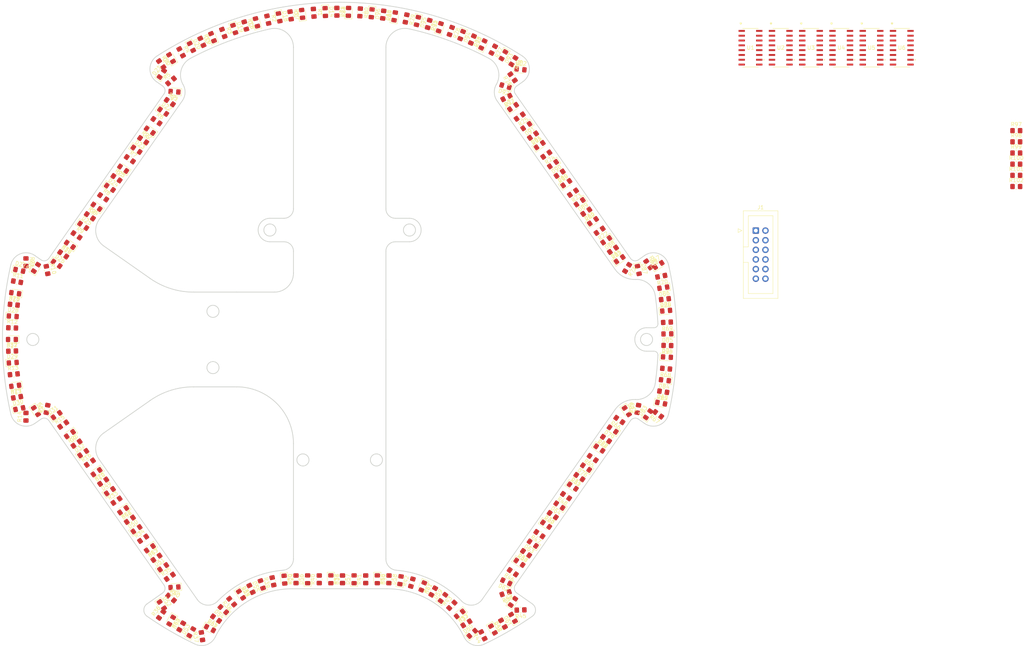
<source format=kicad_pcb>
(kicad_pcb (version 20241229) (generator "pcbnew") (generator_version "9.0")
  (layers (0 "F.Cu" signal) (2 "B.Cu" signal) (13 "F.Paste" user) (15 "B.Paste" user) (5 "F.SilkS" user "F.Silkscreen") (7 "B.SilkS" user "B.Silkscreen") (1 "F.Mask" user) (3 "B.Mask" user) (25 "Edge.Cuts" user))
  (net 0 "")
  (net 1 "Ch1")
  (net 2 "3.3V")
  (net 3 "Ch17")
  (net 4 "Ch33")
  (net 5 "GND")
  (net 6 "Ch18")
  (net 7 "Ch34")
  (net 8 "Ch2")
  (net 9 "Ch19")
  (net 10 "Ch35")
  (net 11 "Ch3")
  (net 12 "Net-(D18-A)")
  (net 13 "Ch20")
  (net 14 "Ch36")
  (net 15 "Ch4")
  (net 16 "Net-(D22-A)")
  (net 17 "Net-(D23-A)")
  (net 18 "Net-(D24-A)")
  (net 19 "Ch37")
  (net 20 "Ch21")
  (net 21 "Ch5")
  (net 22 "Net-(D28-A)")
  (net 23 "Net-(D29-A)")
  (net 24 "Net-(D30-A)")
  (net 25 "Ch38")
  (net 26 "Ch22")
  (net 27 "Ch6")
  (net 28 "Ch39")
  (net 29 "Ch23")
  (net 30 "Ch7")
  (net 31 "Ch8")
  (net 32 "Ch40")
  (net 33 "Ch24")
  (net 34 "Ch25")
  (net 35 "Ch41")
  (net 36 "Ch9")
  (net 37 "Net-(D52-A)")
  (net 38 "Net-(D53-A)")
  (net 39 "Net-(D54-A)")
  (net 40 "Ch26")
  (net 41 "Ch42")
  (net 42 "Ch10")
  (net 43 "Net-(D58-A)")
  (net 44 "Net-(D59-A)")
  (net 45 "Net-(D60-A)")
  (net 46 "Ch27")
  (net 47 "Ch43")
  (net 48 "Ch11")
  (net 49 "Net-(D64-A)")
  (net 50 "Ch28")
  (net 51 "Ch44")
  (net 52 "Ch12")
  (net 53 "Ch29")
  (net 54 "Ch45")
  (net 55 "Ch13")
  (net 56 "Net-(D76-A)")
  (net 57 "Ch30")
  (net 58 "Ch46")
  (net 59 "Ch14")
  (net 60 "Net-(D83-A)")
  (net 61 "Net-(D84-A)")
  (net 62 "Ch31")
  (net 63 "Ch47")
  (net 64 "Ch15")
  (net 65 "Net-(D88-A)")
  (net 66 "Net-(D89-A)")
  (net 67 "Net-(D90-A)")
  (net 68 "Ch32")
  (net 69 "Ch48")
  (net 70 "Ch16")
  (net 71 "Net-(D94-A)")
  (net 72 "Net-(D95-A)")
  (net 73 "Net-(D96-A)")
  (net 74 "MOSI")
  (net 75 "5V")
  (net 76 "CS6")
  (net 77 "CS5")
  (net 78 "SCK1")
  (net 79 "CS2")
  (net 80 "CS3")
  (net 81 "CS4")
  (net 82 "CS1")
  (net 83 "MISO")
  (net 84 "Net-(D14-A)")
  (net 85 "Net-(D19-A)")
  (net 86 "Net-(D20-A)")
  (net 87 "Net-(D21-A)")
  (net 88 "Net-(D25-A)")
  (net 89 "Net-(D26-A)")
  (net 90 "Net-(D27-A)")
  (net 91 "Net-(D31-A)")
  (net 92 "Net-(D32-A)")
  (net 93 "Net-(D49-A)")
  (net 94 "Net-(D50-A)")
  (net 95 "Net-(D51-A)")
  (net 96 "Net-(D55-A)")
  (net 97 "Net-(D56-A)")
  (net 98 "Net-(D57-A)")
  (net 99 "Net-(D61-A)")
  (net 100 "Net-(D62-A)")
  (net 101 "Net-(D63-A)")
  (net 102 "Net-(D79-A)")
  (net 103 "Net-(D85-A)")
  (net 104 "Net-(D86-A)")
  (net 105 "Net-(D87-A)")
  (net 106 "Net-(D91-A)")
  (net 107 "Net-(D92-A)")
  (net 108 "Net-(D93-A)")
  (footprint "Resistor_SMD:R_0805_2012Metric_Pad1.20x1.40mm_HandSolder" (layer "F.Cu") (at 119.048724 164.175249 74.61792525)
    (property "Reference" "R42")
    (property "Value" "750")
  )
  (footprint "MCP3008:SOIC16-N_MC_MCH-L" (layer "F.Cu") (at 240.3604 23.0032)
    (property "Reference" "U5")
    (property "Value" "MCP3008")
  )
  (footprint "Resistor_SMD:R_0805_2012Metric_Pad1.20x1.40mm_HandSolder" (layer "F.Cu") (at 151.020984 46.19622 -144.9999956)
    (property "Reference" "R95")
    (property "Value" "14k")
  )
  (footprint "Resistor_SMD:R_0805_2012Metric_Pad1.20x1.40mm_HandSolder" (layer "F.Cu") (at 186.380762 95.459749 -176.9912478)
    (property "Reference" "R69")
    (property "Value" "750")
  )
  (footprint "LED_SMD:LED_0805_2012Metric_Pad1.15x1.40mm_HandSolder" (layer "F.Cu") (at 13.717101 93.875352 -4.060225769)
    (property "Reference" "D28")
    (property "Value" "LED")
  )
  (footprint "Diode_SMD:D_0805_2012Metric_Pad1.15x1.40mm_HandSolder" (layer "F.Cu") (at 55.493706 25.724573 120.7174291)
    (property "Reference" "D4")
    (property "Value" "D_Photo")
  )
  (footprint "Resistor_SMD:R_0805_2012Metric_Pad1.20x1.40mm_HandSolder" (layer "F.Cu") (at 165.084568 66.281099 -144.9999956)
    (property "Reference" "R82")
    (property "Value" "14k")
  )
  (footprint "Resistor_SMD:R_0805_2012Metric_Pad1.20x1.40mm_HandSolder" (layer "F.Cu") (at 111.487288 14.260567 -97.57599248)
    (property "Reference" "R84")
    (property "Value" "14k")
  )
  (footprint "LED_SMD:LED_0805_2012Metric_Pad1.15x1.40mm_HandSolder" (layer "F.Cu") (at 185.828882 110.754206 172.8581657)
    (property "Reference" "D84")
    (property "Value" "LED")
  )
  (footprint "Resistor_SMD:R_0805_2012Metric_Pad1.20x1.40mm_HandSolder" (layer "F.Cu") (at 27.03621 122.466206 35.00000444)
    (property "Reference" "R15")
    (property "Value" "750")
  )
  (footprint "LED_SMD:LED_0805_2012Metric_Pad1.15x1.40mm_HandSolder" (layer "F.Cu") (at 53.405429 39.874647 -34.99998098)
    (property "Reference" "D22")
    (property "Value" "LED")
  )
  (footprint "LED_SMD:LED_0805_2012Metric_Pad1.15x1.40mm_HandSolder" (layer "F.Cu") (at 25.278248 80.044393 -35.17134448)
    (property "Reference" "D26")
    (property "Value" "LED")
  )
  (footprint "Resistor_SMD:R_0805_2012Metric_Pad1.20x1.40mm_HandSolder" (layer "F.Cu") (at 58.15557 24.205676 -61.29803367)
    (property "Reference" "R4")
    (property "Value" "750")
  )
  (footprint "Diode_SMD:D_0805_2012Metric_Pad1.15x1.40mm_HandSolder" (layer "F.Cu") (at 56.397743 165.387579 -175.8829363)
    (property "Reference" "D44")
    (property "Value" "D_Photo")
  )
  (footprint "Resistor_SMD:R_0805_2012Metric_Pad1.20x1.40mm_HandSolder" (layer "F.Cu") (at 135.020993 20.848018 -113.6995136)
    (property "Reference" "R93")
    (property "Value" "14k")
  )
  (footprint "LED_SMD:LED_0805_2012Metric_Pad1.15x1.40mm_HandSolder" (layer "F.Cu") (at 60.837661 177.281728 59.8914397)
    (property "Reference" "D53")
    (property "Value" "LED")
  )
  (footprint "Diode_SMD:D_0805_2012Metric_Pad1.15x1.40mm_HandSolder" (layer "F.Cu") (at 166.842515 68.791708 34.99998801)
    (property "Reference" "D66")
    (property "Value" "D_Photo")
  )
  (footprint "Resistor_SMD:R_0805_2012Metric_Pad1.20x1.40mm_HandSolder" (layer "F.Cu") (at 13.988221 109.177361 6.09034634)
    (property "Reference" "R13")
    (property "Value" "750")
  )
  (footprint "Diode_SMD:D_0805_2012Metric_Pad1.15x1.40mm_HandSolder" (layer "F.Cu") (at 184.136371 80.340364 33.05123673)
    (property "Reference" "D67")
    (property "Value" "D_Photo")
  )
  (footprint "Diode_SMD:D_0805_2012Metric_Pad1.15x1.40mm_HandSolder" (layer "F.Cu") (at 19.831486 118.904026 -57.02609451)
    (property "Reference" "D11")
    (property "Value" "D_Photo")
  )
  (footprint "Resistor_SMD:R_0805_2012Metric_Pad1.20x1.40mm_HandSolder" (layer "F.Cu") (at 14.853902 115.244406 10.15056491)
    (property "Reference" "R29")
    (property "Value" "14k")
  )
  (footprint "Resistor_SMD:R_0805_2012Metric_Pad1.20x1.40mm_HandSolder" (layer "F.Cu") (at 44.615689 147.572304 35.00000444)
    (property "Reference" "R62")
    (property "Value" "14k")
  )
  (footprint "Diode_SMD:D_0805_2012Metric_Pad1.15x1.40mm_HandSolder" (layer "F.Cu") (at 186.165707 92.402575 5.038866317)
    (property "Reference" "D70")
    (property "Value" "D_Photo")
  )
  (footprint "Resistor_SMD:R_0805_2012Metric_Pad1.20x1.40mm_HandSolder" (layer "F.Cu") (at 186.485434 101.58735 178.948506)
    (property "Reference" "R90")
    (property "Value" "14k")
  )
  (footprint "LED_SMD:LED_0805_2012Metric_Pad1.15x1.40mm_HandSolder" (layer "F.Cu") (at 60.869206 22.781332 -63.31346795)
    (property "Reference" "D20")
    (property "Value" "LED")
  )
  (footprint "Resistor_SMD:R_0805_2012Metric_Pad1.20x1.40mm_HandSolder" (layer "F.Cu") (at 147.505089 41.175001 -144.9999956)
    (property "Reference" "R75")
    (property "Value" "750")
  )
  (footprint "LED_SMD:LED_0805_2012Metric_Pad1.15x1.40mm_HandSolder" (layer "F.Cu") (at 103.803614 163.29087 90)
    (property "Reference" "D57")
    (property "Value" "LED")
  )
  (footprint "LED_SMD:LED_0805_2012Metric_Pad1.15x1.40mm_HandSolder" (layer "F.Cu") (at 25.278248 119.955607 35.17134448)
    (property "Reference" "D31")
    (property "Value" "LED")
  )
  (footprint "Resistor_SMD:R_0805_2012Metric_Pad1.20x1.40mm_HandSolder" (layer "F.Cu") (at 186.155977 107.706983 174.8882829)
    (property "Reference" "R68")
    (property "Value" "750")
  )
  (footprint "Resistor_SMD:R_0805_2012Metric_Pad1.20x1.40mm_HandSolder" (layer "F.Cu") (at 154.53688 51.21744 -144.9999956)
    (property "Reference" "R74")
    (property "Value" "750")
  )
  (footprint "Resistor_SMD:R_0805_2012Metric_Pad1.20x1.40mm_HandSolder" (layer "F.Cu") (at 124.697572 166.514492 60.39224553)
    (property "Reference" "R57")
    (property "Value" "14k")
  )
  (footprint "MCP3008:SOIC16-N_MC_MCH-L" (layer "F.Cu") (at 232.3754 23.0032)
    (property "Reference" "U4")
    (property "Value" "MCP3008")
  )
  (footprint "Resistor_SMD:R_0805_2012Metric_Pad1.20x1.40mm_HandSolder" (layer "F.Cu") (at 75.094438 17.135397 -73.39069218)
    (property "Reference" "R18")
    (property "Value" "14k")
  )
  (footprint "Resistor_SMD:R_0805_2012Metric_Pad1.20x1.40mm_HandSolder" (layer "F.Cu") (at 117.53013 15.281708 -101.6068786)
    (property "Reference" "R79")
    (property "Value" "750")
  )
  (footprint "Resistor_SMD:R_0805_2012Metric_Pad1.20x1.40mm_HandSolder" (layer "F.Cu") (at 184.073264 119.749693 143.0100848)
    (property "Reference" "R67")
    (property "Value" "750")
  )
  (footprint "Resistor_SMD:R_0805_2012Metric_Pad1.20x1.40mm_HandSolder" (layer "F.Cu") (at 278.578 47.832)
    (property "Reference" "R98")
    (property "Value" "10K")
  )
  (footprint "Resistor_SMD:R_0805_2012Metric_Pad1.20x1.40mm_HandSolder" (layer "F.Cu") (at 163.263533 136.319609 145.000012)
    (property "Reference" "R51")
    (property "Value" "14k")
  )
  (footprint "Diode_SMD:D_0805_2012Metric_Pad1.15x1.40mm_HandSolder" (layer "F.Cu") (at 147.442001 158.915097 -34.99998098)
    (property "Reference" "D38")
    (property "Value" "D_Photo")
  )
  (footprint "Diode_SMD:D_0805_2012Metric_Pad1.15x1.40mm_HandSolder" (layer "F.Cu") (at 147.732232 28.718347 -6.176524258)
    (property "Reference" "D82")
    (property "Value" "D_Photo")
  )
  (footprint "Resistor_SMD:R_0805_2012Metric_Pad1.20x1.40mm_HandSolder" (layer "F.Cu") (at 112.998246 163.295898 88.84360691)
    (property "Reference" "R56")
    (property "Value" "14k")
  )
  (footprint "LED_SMD:LED_0805_2012Metric_Pad1.15x1.40mm_HandSolder" (layer "F.Cu") (at 150.957897 153.893877 144.9999956)
    (property "Reference" "D63")
    (property "Value" "LED")
  )
  (footprint "LED_SMD:LED_0805_2012Metric_Pad1.15x1.40mm_HandSolder" (layer "F.Cu") (at 149.263036 43.685611 -144.9999956)
    (property "Reference" "D91")
    (property "Value" "LED")
  )
  (footprint "Resistor_SMD:R_0805_2012Metric_Pad1.20x1.40mm_HandSolder" (layer "F.Cu") (at 41.099794 57.448915 -35.00000444)
    (property "Reference" "R23")
    (property "Value" "14k")
  )
  (footprint "Resistor_SMD:R_0805_2012Metric_Pad1.20x1.40mm_HandSolder" (layer "F.Cu") (at 133.450492 174.91806 31.94083267)
    (property "Reference" "R53")
    (property "Value" "14k")
  )
  (footprint "LED_SMD:LED_0805_2012Metric_Pad1.15x1.40mm_HandSolder" (layer "F.Cu") (at 32.310054 129.998036 35.00000444)
    (property "Reference" "D32")
    (property "Value" "LED")
  )
  (footprint "Resistor_SMD:R_0805_2012Metric_Pad1.20x1.40mm_HandSolder" (layer "F.Cu") (at 37.583898 137.529865 35.00000444)
    (property "Reference" "R26")
    (property "Value" "14k")
  )
  (footprint "Resistor_SMD:R_0805_2012Metric_Pad1.20x1.40mm_HandSolder" (layer "F.Cu") (at 161.568672 61.259879 -145.000019)
    (property "Reference" "R73")
    (property "Value" "750")
  )
  (footprint "Resistor_SMD:R_0805_2012Metric_Pad1.20x1.40mm_HandSolder" (layer "F.Cu") (at 143.091809 175.003109 120.1085603)
    (property "Reference" "R58")
    (property "Value" "14k")
  )
  (footprint "LED_SMD:LED_0805_2012Metric_Pad1.15x1.40mm_HandSolder" (layer "F.Cu") (at 185.411509 86.320665 -170.9008768)
    (property "Reference" "D86")
    (property "Value" "LED")
  )
  (footprint "LED_SMD:LED_0805_2012Metric_Pad1.15x1.40mm_HandSolder" (layer "F.Cu") (at 165.02148 133.808999 144.9999956)
    (property "Reference" "D76")
    (property "Value" "LED")
  )
  (footprint "Diode_SMD:D_0805_2012Metric_Pad1.15x1.40mm_HandSolder" (layer "F.Cu") (at 14.367314 112.218553 -171.8795279)
    (property "Reference" "D13")
    (property "Value" "D_Photo")
  )
  (footprint "Connector_IDC:IDC-Header_2x06_P2.54mm_Vertical" (layer "F.Cu") (at 209.833 71.262)
    (property "Reference" "J1")
    (property "Value" "Conn_01x12")
  )
  (footprint "Resistor_SMD:R_0805_2012Metric_Pad1.20x1.40mm_HandSolder" (layer "F.Cu") (at 41.099794 142.551085 35.00000444)
    (property "Reference" "R33")
    (property "Value" "750")
  )
  (footprint "Diode_SMD:D_0805_2012Metric_Pad1.15x1.40mm_HandSolder" (layer "F.Cu") (at 28.794158 75.023184 145.000019)
    (property "Reference" "D15")
    (property "Value" "D_Photo")
  )
  (footprint "Resistor_SMD:R_0805_2012Metric_Pad1.20x1.40mm_HandSolder" (layer "F.Cu") (at 81.025222 15.59122 -77.42159046)
    (property "Reference" "R2")
    (property "Value" "750")
  )
  (footprint "Resistor_SMD:R_0805_2012Metric_Pad1.20x1.40mm_HandSolder" (layer "F.Cu") (at 145.684054 161.425707 145.000012)
    (property "Reference" "R46")
    (property "Value" "750")
  )
  (footprint "Resistor_SMD:R_0805_2012Metric_Pad1.20x1.40mm_HandSolder" (layer "F.Cu") (at 106.868502 163.29087 90)
    (property "Reference" "R41")
    (property "Value" "750")
  )
  (footprint "Diode_SMD:D_0805_2012Metric_Pad1.15x1.40mm_HandSolder" (layer "F.Cu") (at 56.397743 34.612421 175.8829363)
    (property "Reference" "D5")
    (property "Value" "D_Photo")
  )
  (footprint "Resistor_SMD:R_0805_2012Metric_Pad1.20x1.40mm_HandSolder" (layer "F.Cu") (at 143.801336 166.952005 -161.3786747)
    (property "Reference" "R59")
    (property "Value" "14k")
  )
  (footprint "Resistor_SMD:R_0805_2012Metric_Pad1.20x1.40mm_HandSolder" (layer "F.Cu") (at 52.887136 172.663594 54.45919177)
    (property "Reference" "R36")
    (property "Value" "750")
  )
  (footprint "Resistor_SMD:R_0805_2012Metric_Pad1.20x1.40mm_HandSolder" (layer "F.Cu") (at 55.481905 168.23435 -39.78422707)
    (property "Reference" "R60")
    (property "Value" "14k")
  )
  (footprint "LED_SMD:LED_0805_2012Metric_Pad1.15x1.40mm_HandSolder" (layer "F.Cu") (at 134.986775 177.564568 41.85780358)
    (property "Reference" "D60")
    (property "Value" "LED")
  )
  (footprint "Resistor_SMD:R_0805_2012Metric_Pad1.20x1.40mm_HandSolder" (layer "F.Cu") (at 34.068002 132.508645 35.00000444)
    (property "Reference" "R16")
    (property "Value" "750")
  )
  (footprint "Diode_SMD:D_0805_2012Metric_Pad1.15x1.40mm_HandSolder" (layer "F.Cu") (at 131.671964 172.424404 -140.9463069)
    (property "Reference" "D37")
    (property "Value" "D_Photo")
  )
  (footprint "Resistor_SMD:R_0805_2012Metric_Pad1.20x1.40mm_HandSolder" (layer "F.Cu") (at 158.052776 56.238659 -144.9999956)
    (property "Reference" "R94")
    (property "Value" "14k")
  )
  (footprint "Resistor_SMD:R_0805_2012Metric_Pad1.20x1.40mm_HandSolder" (layer "F.Cu") (at 185.842488 89.354939 -172.931002)
    (property "Reference" "R86")
    (property "Value" "14k")
  )
  (footprint "Resistor_SMD:R_0805_2012Metric_Pad1.20x1.40mm_HandSolder" (layer "F.Cu") (at 30.552106 127.487426 35.00000444)
    (property "Reference" "R25")
    (property "Value" "14k")
  )
  (footprint "Resistor_SMD:R_0805_2012Metric_Pad1.20x1.40mm_HandSolder" (layer "F.Cu") (at 175.866465 81.129148 -122.0902885)
    (property "Reference" "R71")
    (property "Value" "750")
  )
  (footprint "Resistor_SMD:R_0805_2012Metric_Pad1.20x1.40mm_HandSolder" (layer "F.Cu") (at 22.766774 118.332227 79.07263248)
    (property "Reference" "R27")
    (property "Value" "14k")
  )
  (footprint "Resistor_SMD:R_0805_2012Metric_Pad1.20x1.40mm_HandSolder" (layer "F.Cu") (at 58.186298 175.744257 59.89142533)
    (property "Reference" "R64")
    (property "Value" "14k")
  )
  (footprint "Diode_SMD:D_0805_2012Metric_Pad1.15x1.40mm_HandSolder" (layer "F.Cu") (at 49.889533 44.895867 144.9999956)
    (property "Reference" "D6")
    (property "Value" "D_Photo")
  )
  (footprint "Resistor_SMD:R_0805_2012Metric_Pad1.20x1.40mm_HandSolder" (layer "F.Cu") (at 76.608033 165.823403 116.1789796)
    (property "Reference" "R55")
    (property "Value" "14k")
  )
  (footprint "Diode_SMD:D_0805_2012Metric_Pad1.15x1.40mm_HandSolder" (layer "F.Cu") (at 126.422549 17.602989 72.34678972)
    (property "Reference" "D75")
    (property "Value" "D_Photo")
  )
  (footprint "Resistor_SMD:R_0805_2012Metric_Pad1.20x1.40mm_HandSolder" (layer "F.Cu") (at 63.645991 178.308934 98.98831525)
    (property "Reference" "R37")
    (property "Value" "750")
  )
  (footprint "Resistor_SMD:R_0805_2012Metric_Pad1.20x1.40mm_HandSolder" (layer "F.Cu") (at 34.068002 67.491355 -35.00000444)
    (property "Reference" "R24")
    (property "Value" "14k")
  )
  (footprint "LED_SMD:LED_0805_2012Metric_Pad1.15x1.40mm_HandSolder" (layer "F.Cu") (at 46.373637 49.917086 -35.00000444)
    (property "Reference" "D23")
    (property "Value" "LED")
  )
  (footprint "Resistor_SMD:R_0805_2012Metric_Pad1.20x1.40mm_HandSolder" (layer "F.Cu") (at 147.740048 171.39134 -178.0247668)
    (property "Reference" "R45")
    (property "Value" "750")
  )
  (footprint "MCP3008:SOIC16-N_MC_MCH-L" (layer "F.Cu") (at 248.3454 23.0032)
    (property "Reference" "U6")
    (property "Value" "MCP3008")
  )
  (footprint "Resistor_SMD:R_0805_2012Metric_Pad1.20x1.40mm_HandSolder" (layer "F.Cu") (at 88.47917 163.29087 90)
    (property "Reference" "R50")
    (property "Value" "14k")
  )
  (footprint "Resistor_SMD:R_0805_2012Metric_Pad1.20x1.40mm_HandSolder" (layer "F.Cu") (at 52.887136 27.336406 -54.45919177)
    (property "Reference" "R20")
    (property "Value" "14k")
  )
  (footprint "Resistor_SMD:R_0805_2012Metric_Pad1.20x1.40mm_HandSolder" (layer "F.Cu") (at 170.295324 126.27717 144.9999956)
    (property "Reference" "R88")
    (property "Value" "14k")
  )
  (footprint "LED_SMD:LED_0805_2012Metric_Pad1.15x1.40mm_HandSolder" (layer "F.Cu") (at 143.767652 33.152696 162.954171)
    (property "Reference" "D92")
    (property "Value" "LED")
  )
  (footprint "Resistor_SMD:R_0805_2012Metric_Pad1.20x1.40mm_HandSolder" (layer "F.Cu") (at 105.387613 13.666729 -93.54511716)
    (property "Reference" "R80")
    (property "Value" "750")
  )
  (footprint "LED_SMD:LED_0805_2012Metric_Pad1.15x1.40mm_HandSolder" (layer "F.Cu") (at 157.989689 143.851438 144.9999956)
    (property "Reference" "D64")
    (property "Value" "LED")
  )
  (footprint "MCP3008:SOIC16-N_MC_MCH-L" (layer "F.Cu") (at 208.4204 23.0032)
    (property "Reference" "U1")
    (property "Value" "MCP3008")
  )
  (footprint "Diode_SMD:D_0805_2012Metric_Pad1.15x1.40mm_HandSolder" (layer "F.Cu") (at 154.473793 148.872658 -35.00000444)
    (property "Reference" "D33")
    (property "Value" "D_Photo")
  )
  (footprint "LED_SMD:LED_0805_2012Metric_Pad1.15x1.40mm_HandSolder" (layer "F.Cu") (at 15.447375 81.748876 -12.18072586)
    (property "Reference" "D27")
    (property "Value" "LED")
  )
  (footprint "Resistor_SMD:R_0805_2012Metric_Pad1.20x1.40mm_HandSolder" (layer "F.Cu") (at 67.36818 173.688433 144.6303635)
    (property "Reference" "R61")
    (property "Value" "14k")
  )
  (footprint "Resistor_SMD:R_0805_2012Metric_Pad1.20x1.40mm_HandSolder" (layer "F.Cu") (at 48.131585 47.406476 -35.00000444)
    (property "Reference" "R22")
    (property "Value" "14k")
  )
  (footprint "Diode_SMD:D_0805_2012Metric_Pad1.15x1.40mm_HandSolder" (layer "F.Cu") (at 159.810724 58.749269 35.00000444)
    (property "Reference" "D80")
    (property "Value" "D_Photo")
  )
  (footprint "Resistor_SMD:R_0805_2012Metric_Pad1.20x1.40mm_HandSolder" (layer "F.Cu") (at 82.386674 163.826194 101.9532765)
    (property "Reference" "R39")
    (property "Value" "750")
  )
  (footprint "Diode_SMD:D_0805_2012Metric_Pad1.15x1.40mm_HandSolder" (layer "F.Cu") (at 173.874307 78.834148 35.00000444)
    (property "Reference" "D65")
    (property "Value" "D_Photo")
  )
  (footprint "LED_SMD:LED_0805_2012Metric_Pad1.15x1.40mm_HandSolder" (layer "F.Cu") (at 172.053272 123.76656 145.000019)
    (property "Reference" "D79")
    (property "Value" "LED")
  )
  (footprint "Diode_SMD:D_0805_2012Metric_Pad1.15x1.40mm_HandSolder" (layer "F.Cu") (at 66.438302 20.223238 112.6556329)
    (property "Reference" "D3")
    (property "Value" "D_Photo")
  )
  (footprint "Resistor_SMD:R_0805_2012Metric_Pad1.20x1.40mm_HandSolder" (layer "F.Cu") (at 13.988221 90.822639 -6.09034634)
    (property "Reference" "R28")
    (property "Value" "14k")
  )
  (footprint "LED_SMD:LED_0805_2012Metric_Pad1.15x1.40mm_HandSolder" (layer "F.Cu") (at 108.442673 13.910002 -95.56054452)
    (property "Reference" "D96")
    (property "Value" "LED")
  )
  (footprint "Resistor_SMD:R_0805_2012Metric_Pad1.20x1.40mm_HandSolder" (layer "F.Cu") (at 30.552106 72.512574 -35.00000444)
    (property "Reference" "R9")
    (property "Value" "750")
  )
  (footprint "Diode_SMD:D_0805_2012Metric_Pad1.15x1.40mm_HandSolder" (layer "F.Cu") (at 35.82595 64.980745 144.9999956)
    (property "Reference" "D8")
    (property "Value" "D_Photo")
  )
  (footprint "LED_SMD:LED_0805_2012Metric_Pad1.15x1.40mm_HandSolder" (layer "F.Cu") (at 32.310054 70.001964 -35.00000444)
    (property "Reference" "D25")
    (property "Value" "LED")
  )
  (footprint "LED_SMD:LED_0805_2012Metric_Pad1.15x1.40mm_HandSolder" (layer "F.Cu") (at 120.520882 15.951021 -103.6223327)
    (property "Reference" "D95")
    (property "Value" "LED")
  )
  (footprint "Resistor_SMD:R_0805_2012Metric_Pad1.20x1.40mm_HandSolder" (layer "F.Cu") (at 185.394046 113.787929 170.8280452)
    (property "Reference" "R85")
    (property "Value" "14k")
  )
  (footprint "Resistor_SMD:R_0805_2012Metric_Pad1.20x1.40mm_HandSolder" (layer "F.Cu") (at 156.231741 146.362048 144.9999956)
    (property "Reference" "R49")
    (property "Value" "14k")
  )
  (footprint "Diode_SMD:D_0805_2012Metric_Pad1.15x1.40mm_HandSolder" (layer "F.Cu") (at 145.727829 169.252595 54.99999556)
    (property "Reference" "D43")
    (property "Value" "D_Photo")
  )
  (footprint "Resistor_SMD:R_0805_2012Metric_Pad1.20x1.40mm_HandSolder" (layer "F.Cu") (at 152.715845 151.383268 144.9999956)
    (property "Reference" "R47")
    (property "Value" "750")
  )
  (footprint "Diode_SMD:D_0805_2012Metric_Pad1.15x1.40mm_HandSolder" (layer "F.Cu") (at 175.774096 118.930558 -56.33422185)
    (property "Reference" "D73")
    (property "Value" "D_Photo")
  )
  (footprint "LED_SMD:LED_0805_2012Metric_Pad1.15x1.40mm_HandSolder" (layer "F.Cu") (at 39.341846 140.040475 35.00000444)
    (property "Reference" "D49")
    (property "Value" "LED")
  )
  (footprint "LED_SMD:LED_0805_2012Metric_Pad1.15x1.40mm_HandSolder" (layer "F.Cu") (at 53.405429 160.125353 34.99998098)
    (property "Reference" "D51")
    (property "Value" "LED")
  )
  (footprint "Diode_SMD:D_0805_2012Metric_Pad1.15x1.40mm_HandSolder" (layer "F.Cu") (at 114.51769 14.717991 80.40858047)
    (property "Reference" "D68")
    (property "Value" "D_Photo")
  )
  (footprint "Resistor_SMD:R_0805_2012Metric_Pad1.20x1.40mm_HandSolder" (layer "F.Cu") (at 93.138609 13.770584 -85.48333827)
    (property "Reference" "R1")
    (property "Value" "750")
  )
  (footprint "Diode_SMD:D_0805_2012Metric_Pad1.15x1.40mm_HandSolder" (layer "F.Cu") (at 161.505585 138.830219 -35.00000444)
    (property "Reference" "D35")
    (property "Value" "D_Photo")
  )
  (footprint "Resistor_SMD:R_0805_2012Metric_Pad1.20x1.40mm_HandSolder" (layer "F.Cu") (at 278.578 59.632)
    (property "Reference" "R102")
    (property "Value" "10K")
  )
  (footprint "LED_SMD:LED_0805_2012Metric_Pad1.15x1.40mm_HandSolder" (layer "F.Cu") (at 156.294828 53.72805 -144.9999956)
    (property "Reference" "D90")
    (property "Value" "LED")
  )
  (footprint "LED_SMD:LED_0805_2012Metric_Pad1.15x1.40mm_HandSolder" (layer "F.Cu") (at 72.173441 18.062948 -71.3752322)
    (property "Reference" "D19")
    (property "Value" "LED")
  )
  (footprint "LED_SMD:LED_0805_2012Metric_Pad1.15x1.40mm_HandSolder" (layer "F.Cu") (at 116.050811 163.547551 81.7307554)
    (property "Reference" "D58")
    (property "Value" "LED")
  )
  (footprint "Diode_SMD:D_0805_2012Metric_Pad1.15x1.40mm_HandSolder" (layer "F.Cu") (at 13.5 100 180)
    (property "Reference" "D17")
    (property "Value" "D_Photo")
  )
  (footprint "Resistor_SMD:R_0805_2012Metric_Pad1.20x1.40mm_HandSolder" (layer "F.Cu") (at 22.766774 81.667773 -79.07263248)
    (property "Reference" "R10")
    (property "Value" "750")
  )
  (footprint "Resistor_SMD:R_0805_2012Metric_Pad1.20x1.40mm_HandSolder" (layer "F.Cu") (at 87.049881 14.467763 -81.45245538)
    (property "Reference" "R17")
    (property "Value" "14k")
  )
  (footprint "Resistor_SMD:R_0805_2012Metric_Pad1.20x1.40mm_HandSolder" (layer "F.Cu") (at 173.81122 121.25595 144.9999956)
    (property "Reference" "R66")
    (property "Value" "750")
  )
  (footprint "Diode_SMD:D_0805_2012Metric_Pad1.15x1.40mm_HandSolder" (layer "F.Cu") (at 97.673836 163.29087 -90)
    (property "Reference" "D36")
    (property "Value" "D_Photo")
  )
  (footprint "Resistor_SMD:R_0805_2012Metric_Pad1.20x1.40mm_HandSolder" (layer "F.Cu") (at 44.615689 52.427696 -35.00000444)
    (property "Reference" "R7")
    (property "Value" "750")
  )
  (footprint "Diode_SMD:D_0805_2012Metric_Pad1.15x1.40mm_HandSolder" (layer "F.Cu") (at 145.747141 38.664391 35.00000444)
    (property "Reference" "D77")
    (property "Value" "D_Photo")
  )
  (footprint "Resistor_SMD:R_0805_2012Metric_Pad1.20x1.40mm_HandSolder" (layer "F.Cu") (at 71.49739 169.179424 130.4046705)
    (property "Reference" "R38")
    (property "Value" "750")
  )
  (footprint "Resistor_SMD:R_0805_2012Metric_Pad1.20x1.40mm_HandSolder" (layer "F.Cu") (at 129.598349 170.170162 46.16652629)
    (property "Reference" "R43")
    (property "Value" "750")
  )
  (footprint "Resistor_SMD:R_0805_2012Metric_Pad1.20x1.40mm_HandSolder" (layer "F.Cu") (at 278.578 44.882)
    (property "Reference" "R97")
    (property "Value" "10K")
  )
  (footprint "Diode_SMD:D_0805_2012Metric_Pad1.15x1.40mm_HandSolder" (layer "F.Cu") (at 140.440446 176.54058 -59.8914397)
    (property "Reference" "D42")
    (property "Value" "D_Photo")
  )
  (footprint "Resistor_SMD:R_0805_2012Metric_Pad1.20x1.40mm_HandSolder" (layer "F.Cu") (at 159.747637 141.340828 144.9999956)
    (property "Reference" "R48")
    (property "Value" "750")
  )
  (footprint "Resistor_SMD:R_0805_2012Metric_Pad1.20x1.40mm_HandSolder" (layer "F.Cu") (at 37.583898 62.470135 -35.00000444)
    (property "Reference" "R8")
    (property "Value" "750")
  )
  (footprint "Diode_SMD:D_0805_2012Metric_Pad1.15x1.40mm_HandSolder" (layer "F.Cu") (at 78.046249 16.311148 104.5938817)
    (property "Reference" "D2")
    (property "Value" "D_Photo")
  )
  (footprint "LED_SMD:LED_0805_2012Metric_Pad1.15x1.40mm_HandSolder" (layer "F.Cu") (at 132.193493 19.665724 -111.6840816)
    (property "Reference" "D94")
    (property "Value" "LED")
  )
  (footprint "Diode_SMD:D_0805_2012Metric_Pad1.15x1.40mm_HandSolder" (layer "F.Cu") (at 102.325887 13.53105 88.47033589)
    (property "Reference" "D71")
    (property "Value" "D_Photo")
  )
  (footprint "LED_SMD:LED_0805_2012Metric_Pad1.15x1.40mm_HandSolder" (layer "F.Cu") (at 13.717101 106.124648 4.060225769)
    (property "Reference" "D29")
    (property "Value" "LED")
  )
  (footprint "Resistor_SMD:R_0805_2012Metric_Pad1.20x1.40mm_HandSolder" (layer "F.Cu") (at 13.554292 96.935753 -2.030098793)
    (property "Reference" "R12")
    (property "Value" "750")
  )
  (footprint "Diode_SMD:D_0805_2012Metric_Pad1.15x1.40mm_HandSolder" (layer "F.Cu") (at 152.778932 48.70683 35.00000444)
    (property "Reference" "D81")
    (property "Value" "D_Photo")
  )
  (footprint "Resistor_SMD:R_0805_2012Metric_Pad1.20x1.40mm_HandSolder" (layer "F.Cu") (at 178.702265 118.323357 79.76447521)
    (property "Reference" "R89")
    (property "Value" "14k")
  )
  (footprint "Resistor_SMD:R_0805_2012Metric_Pad1.20x1.40mm_HandSolder" (layer "F.Cu") (at 13.554292 103.064247 2.030098793)
    (property "Reference" "R32")
    (property "Value" "14k")
  )
  (footprint "Diode_SMD:D_0805_2012Metric_Pad1.15x1.40mm_HandSolder" (layer "F.Cu") (at 19.831486 81.095974 57.02609451)
    (property "Reference" "D16")
    (property "Value" "D_Photo")
  )
  (footprint "LED_SMD:LED_0805_2012Metric_Pad1.15x1.40mm_HandSolder" (layer "F.Cu") (at 79.435289 164.645224 109.0661203)
    (property "Reference" "D55")
    (property "Value" "LED")
  )
  (footprint "Resistor_SMD:R_0805_2012Metric_Pad1.20x1.40mm_HandSolder" (layer "F.Cu") (at 149.199949 156.404487 144.9999956)
    (property "Reference" "R54")
    (property "Value" "14k")
  )
  (footprint "Diode_SMD:D_0805_2012Metric_Pad1.15x1.40mm_HandSolder" (layer "F.Cu") (at 73.948421 167.342597 -56.70817191)
    (property "Reference" "D39")
    (property "Value" "D_Photo")
  )
  (footprint "LED_SMD:LED_0805_2012Metric_Pad1.15x1.40mm_HandSolder" (layer "F.Cu") (at 53.061915 29.899974 54.99999556)
    (property "Reference" "D21")
    (property "Value" "LED")
  )
  (footprint "LED_SMD:LED_0805_2012Metric_Pad1.15x1.40mm_HandSolder" (layer "F.Cu") (at 91.544059 163.29087 90)
    (property "Reference" "D56")
    (property "Value" "LED")
  )
  (footprint "LED_SMD:LED_0805_2012Metric_Pad1.15x1.40mm_HandSolder" (layer "F.Cu") (at 96.197594 13.583009 -87.49878968)
    (property "Reference" "D14")
    (property "Value" "LED")
  )
  (footprint "Resistor_SMD:R_0805_2012Metric_Pad1.20x1.40mm_HandSolder" (layer "F.Cu") (at 14.853902 84.755594 -10.15056491)
    (property "Reference" "R11")
    (property "Value" "750")
  )
  (footprint "LED_SMD:LED_0805_2012Metric_Pad1.15x1.40mm_HandSolder" (layer "F.Cu") (at 145.743171 173.465638 120.1085851)
    (property "Reference" "D61")
    (property "Value" "LED")
  )
  (footprint "LED_SMD:LED_0805_2012Metric_Pad1.15x1.40mm_HandSolder" (layer "F.Cu") (at 84.027671 14.976505 -79.43700408)
    (property "Reference" "D18")
    (property "Value" "LED")
  )
  (footprint "LED_SMD:LED_0805_2012Metric_Pad1.15x1.40mm_HandSolder" (layer "F.Cu") (at 53.061915 170.100026 -54.99999556)
    (property "Reference" "D52")
    (property "Value" "LED")
  )
  (footprint "Resistor_SMD:R_0805_2012Metric_Pad1.20x1.40mm_HandSolder" (layer "F.Cu") (at 99.261284 13.503132 -89.51424053)
    (property "Reference" "R87")
    (property "Value" "14k")
  )
  (footprint "Diode_SMD:D_0805_2012Metric_Pad1.15x1.40mm_HandSolder" (layer "F.Cu") (at 28.794158 124.976816 -145.000019)
    (property "Reference" "D9")
    (property "Value" "D_Photo")
  )
  (footprint "LED_SMD:LED_0805_2012Metric_Pad1.15x1.40mm_HandSolder" (layer "F.Cu") (at 170.358411 73.812928 -145.000019)
    (property "Reference" "D88")
    (property "Value" "LED")
  )
  (footprint "Resistor_SMD:R_0805_2012Metric_Pad1.20x1.40mm_HandSolder" (layer "F.Cu") (at 144.023338 36.132207 -153.1445314)
    (property "Reference" "R92")
    (property "Value" "14k")
  )
  (footprint "Resistor_SMD:R_0805_2012Metric_Pad1.20x1.40mm_HandSolder" (layer "F.Cu") (at 172.116359 76.323538 -144.9999956)
    (property "Reference" "R81")
    (property "Value" "14k")
  )
  (footprint "LED_SMD:LED_0805_2012Metric_Pad1.15x1.40mm_HandSolder" (layer "F.Cu") (at 186.487383 98.522622 -179.0213695)
    (property "Reference" "D85")
    (property "Value" "LED")
  )
  (footprint "Diode_SMD:D_0805_2012Metric_Pad1.15x1.40mm_HandSolder" (layer "F.Cu") (at 14.367314 87.781447 171.8795279)
    (property "Reference" "D12")
    (property "Value" "D_Photo")
  )
  (footprint "Resistor_SMD:R_0805_2012Metric_Pad1.20x1.40mm_HandSolder" (layer "F.Cu") (at 63.631256 21.453306 -65.32887998)
    (property "Reference" "R19")
    (property "Value" "14k")
  )
  (footprint "Diode_SMD:D_0805_2012Metric_Pad1.15x1.40mm_HandSolder" (layer "F.Cu") (at 49.889533 155.104133 -144.9999956)
    (property "Reference" "D47")
    (property "Value" "D_Photo")
  )
  (footprint "Diode_SMD:D_0805_2012Metric_Pad1.15x1.40mm_HandSolder" (layer "F.Cu") (at 42.857742 54.938306 144.9999956)
    (property "Reference" "D7")
    (property "Value" "D_Photo")
  )
  (footprint "Resistor_SMD:R_0805_2012Metric_Pad1.20x1.40mm_HandSolder" (layer "F.Cu") (at 140.542561 23.507146 -117.730409)
    (property "Reference" "R77")
    (property "Value" "750")
  )
  (footprint "LED_SMD:LED_0805_2012Metric_Pad1.15x1.40mm_HandSolder" (layer "F.Cu") (at 127.261562 168.190033 53.27938669)
    (property "Reference" "D59")
    (property "Value" "LED")
  )
  (footprint "Resistor_SMD:R_0805_2012Metric_Pad1.20x1.40mm_HandSolder" (layer "F.Cu") (at 278.578 56.682)
    (property "Reference" "R101")
    (property "Value" "10K")
  )
  (footprint "Resistor_SMD:R_0805_2012Metric_Pad1.20x1.40mm_HandSolder" (layer "F.Cu") (at 100.738725 163.29087 90)
    (property "Reference" "R52")
    (property "Value" "14k")
  )
  (footprint "Resistor_SMD:R_0805_2012Metric_Pad1.20x1.40mm_HandSolder" (layer "F.Cu") (at 55.163377 162.635963 35.00000444)
    (property "Reference" "R35")
    (property "Value" "750")
  )
  (footprint "Resistor_SMD:R_0805_2012Metric_Pad1.20x1.40mm_HandSolder" (layer "F.Cu") (at 278.578 53.732)
    (property "Reference" "R100")
    (property "Value" "10K")
  )
  (footprint "Resistor_SMD:R_0805_2012Metric_Pad1.20x1.40mm_HandSolder" (layer "F.Cu") (at 184.873311 83.303563 -168.8707752)
    (property "Reference" "R70")
    (property "Value" "750")
  )
  (footprint "Diode_SMD:D_0805_2012Metric_Pad1.15x1.40mm_HandSolder" (layer "F.Cu") (at 109.933391 163.29087 -90)
    (property "Reference" "D40")
    (property "Value" "D_Photo")
  )
  (footprint "Resistor_SMD:R_0805_2012Metric_Pad1.20x1.40mm_HandSolder" (layer "F.Cu") (at 51.647481 157.614743 35.00000444)
    (property "Reference" "R63")
    (property "Value" "14k")
  )
  (footprint "Resistor_SMD:R_0805_2012Metric_Pad1.20x1.40mm_HandSolder" (layer "F.Cu") (at 145.637731 30.810492 125.0000044)
    (property "Reference" "R76")
    (property "Value" "750")
  )
  (footprint "LED_SMD:LED_0805_2012Metric_Pad1.15x1.40mm_HandSolder" (layer "F.Cu") (at 143.229798 24.980691 -119.7458514)
    (property "Reference" "D93")
    (property "Value" "LED")
  )
  (footprint "Resistor_SMD:R_0805_2012Metric_Pad1.20x1.40mm_HandSolder" (layer "F.Cu") (at 17.201851 120.387011 89.89721133)
    (property "Reference" "R14")
    (property "Value" "750")
  )
  (footprint "LED_SMD:LED_0805_2012Metric_Pad1.15x1.40mm_HandSolder" (layer "F.Cu") (at 15.447375 118.251124 12.18072586)
    (property "Reference" "D30")
    (property "Value" "LED")
  )
  (footprint "LED_SMD:LED_0805_2012Metric_Pad1.15x1.40mm_HandSolder" (layer "F.Cu") (at 69.292665 171.305611 137.517513)
    (property "Reference" "D54")
    (property "Value" "LED")
  )
  (footprint "Diode_SMD:D_0805_2012Metric_Pad1.15x1.40mm_HandSolder" (layer "F.Cu") (at 55.534935 174.206786 -120.1085851)
    (property "Reference" "D48")
    (property "Value" "D_Photo")
  )
  (footprint "Resistor_SMD:R_0805_2012Metric_Pad1.20x1.40mm_HandSolder" (layer "F.Cu") (at 51.647481 42.385257 -35.00000444)
    (property "Reference" "R6")
    (property "Value" "750")
  )
  (footprint "Resistor_SMD:R_0805_2012Metric_Pad1.20x1.40mm_HandSolder" (layer "F.Cu") (at 55.481905 31.76565 39.78422707)
    (property "Reference" "R5")
    (property "Value" "750")
  )
  (footprint "Resistor_SMD:R_0805_2012Metric_Pad1.20x1.40mm_HandSolder" (layer "F.Cu") (at 278.578 50.782)
    (property "Reference" "R99")
    (property "Value" "10K")
  )
  (footprint "Diode_SMD:D_0805_2012Metric_Pad1.15x1.40mm_HandSolder" (layer "F.Cu") (at 85.416762 163.378919 -85.15956879)
    (property "Reference" "D34")
    (property "Value" "D_Photo")
  )
  (footprint "Resistor_SMD:R_0805_2012Metric_Pad1.20x1.40mm_HandSolder" (layer "F.Cu") (at 129.326163 18.583601 -109.6686432)
    (property "Reference" "R78")
    (property "Value" "750")
  )
  (footprint "Resistor_SMD:R_0805_2012Metric_Pad1.20x1.40mm_HandSolder" (layer "F.Cu") (at 145.863549 26.547831 -121.7612919)
    (property "Reference" "R96")
    (property "Value" "14k")
  )
  (footprint "MCP3008:SOIC16-N_MC_MCH-L" (layer "F.Cu") (at 224.3904 23.0032)
    (property "Reference" "U3")
    (property "Value" "MCP3008")
  )
  (footprint "Diode_SMD:D_0805_2012Metric_Pad1.15x1.40mm_HandSolder" (layer "F.Cu") (at 65.753556 176.291215 -28.25679095)
    (property "Reference" "D45")
    (property "Value" "D_Photo")
  )
  (footprint "LED_SMD:LED_0805_2012Metric_Pad1.15x1.40mm_HandSolder" (layer "F.Cu") (at 181.38018 119.749391 55.00001902)
    (property "Reference" "D83")
    (property "Value" "LED")
  )
  (footprint "Diode_SMD:D_0805_2012Metric_Pad1.15x1.40mm_HandSolder" (layer "F.Cu") (at 42.857742 145.061694 -144.9999956)
    (property "Reference" "D46")
    (property "Value" "D_Photo")
  )
  (footprint "Resistor_SMD:R_0805_2012Metric_Pad1.20x1.40mm_HandSolder" (layer "F.Cu") (at 55.163377 37.364037 -35.00000444)
    (property "Reference" "R21")
    (property "Value" "14k")
  )
  (footprint "Resistor_SMD:R_0805_2012Metric_Pad1.20x1.40mm_HandSolder" (layer "F.Cu") (at 27.03621 77.533794 -35.00000444)
    (property "Reference" "R30")
    (property "Value" "14k")
  )
  (footprint "Diode_SMD:D_0805_2012Metric_Pad1.15x1.40mm_HandSolder" (layer "F.Cu") (at 168.537376 128.78778 -35.00000444)
    (property "Reference" "D72")
    (property "Value" "D_Photo")
  )
  (footprint "Resistor_SMD:R_0805_2012Metric_Pad1.20x1.40mm_HandSolder" (layer "F.Cu") (at 166.779428 131.298389 144.9999956)
    (property "Reference" "R65")
    (property "Value" "750")
  )
  (footprint "LED_SMD:LED_0805_2012Metric_Pad1.15x1.40mm_HandSolder" (layer "F.Cu") (at 39.341846 59.959525 -35.00000444)
    (property "Reference" "D24")
    (property "Value" "LED")
  )
  (footprint "MCP3008:SOIC16-N_MC_MCH-L" (layer "F.Cu") (at 216.4054 23.0032)
    (property "Reference" "U2")
    (property "Value" "MCP3008")
  )
  (footprint "Resistor_SMD:R_0805_2012Metric_Pad1.20x1.40mm_HandSolder" (layer "F.Cu") (at 168.600463 71.302318 -144.9999956)
    (property "Reference" "R72")
    (property "Value" "750")
  )
  (footprint "Resistor_SMD:R_0805_2012Metric_Pad1.20x1.40mm_HandSolder" (layer "F.Cu") (at 94.608948 163.29087 90)
    (property "Reference" "R40")
    (property "Value" "750")
  )
  (footprint "Diode_SMD:D_0805_2012Metric_Pad1.15x1.40mm_HandSolder" (layer "F.Cu") (at 137.805164 22.12902 64.28501197)
    (property "Reference" "D78")
    (property "Value" "D_Photo")
  )
  (footprint "LED_SMD:LED_0805_2012Metric_Pad1.15x1.40mm_HandSolder" (layer "F.Cu") (at 143.975007 163.96659 154.7200212)
    (property "Reference" "D62")
    (property "Value" "LED")
  )
  (footprint "LED_SMD:LED_0805_2012Metric_Pad1.15x1.40mm_HandSolder" (layer "F.Cu") (at 178.810221 81.655613 -78.18899742)
    (property "Reference" "D87")
    (property "Value" "LED")
  )
  (footprint "Resistor_SMD:R_0805_2012Metric_Pad1.20x1.40mm_HandSolder" (layer "F.Cu") (at 137.787865 178.075873 117.4526961)
    (property "Reference" "R44")
    (property "Value" "750")
  )
  (footprint "Diode_SMD:D_0805_2012Metric_Pad1.15x1.40mm_HandSolder" (layer "F.Cu") (at 90.088113 14.065624 96.53207889)
    (property "Reference" "D1")
    (property "Value" "D_Photo")
  )
  (footprint "Resistor_SMD:R_0805_2012Metric_Pad1.20x1.40mm_HandSolder" (layer "F.Cu") (at 48.131585 152.593524 35.00000444)
    (property "Reference" "R34")
    (property "Value" "750")
  )
  (footprint "Resistor_SMD:R_0805_2012Metric_Pad1.20x1.40mm_HandSolder" (layer "F.Cu") (at 123.486244 16.7251 -105.6377608)
    (property "Reference" "R91")
    (property "Value" "14k")
  )
  (footprint "LED_SMD:LED_0805_2012Metric_Pad1.15x1.40mm_HandSolder" (layer "F.Cu") (at 163.32662 63.770489 -144.9999956)
    (property "Reference" "D89")
    (property "Value" "LED")
  )
  (footprint "Diode_SMD:D_0805_2012Metric_Pad1.15x1.40mm_HandSolder" (layer "F.Cu") (at 35.82595 135.019255 -144.9999956)
    (property "Reference" "D10")
    (property "Value" "D_Photo")
  )
  (footprint "Diode_SMD:D_0805_2012Metric_Pad1.15x1.40mm_HandSolder" (layer "F.Cu") (at 184.852012 116.804344 -11.20207769)
    (property "Reference" "D69")
    (property "Value" "D_Photo")
  )
  (footprint "Diode_SMD:D_0805_2012Metric_Pad1.15x1.40mm_HandSolder" (layer "F.Cu") (at 186.374919 104.650085 -3.081591972)
    (property "Reference" "D74")
    (property "Value" "D_Photo")
  )
  (footprint "Resistor_SMD:R_0805_2012Metric_Pad1.20x1.40mm_HandSolder" (layer "F.Cu") (at 69.286872 19.092653 -69.35981837)
    (property "Reference" "R3")
    (property "Value" "750")
  )
  (footprint "Resistor_SMD:R_0805_2012Metric_Pad1.20x1.40mm_HandSolder" (layer "F.Cu") (at 17.201851 79.612989 -89.89721133)
    (property "Reference" "R31")
    (property "Value" "14k")
  )
  (footprint "Diode_SMD:D_0805_2012Metric_Pad1.15x1.40mm_HandSolder" (layer "F.Cu") (at 121.945841 165.169329 -112.4949447)
    (property "Reference" "D41")
    (property "Value" "D_Photo")
  )
  (footprint "LED_SMD:LED_0805_2012Metric_Pad1.15x1.40mm_HandSolder" (layer "F.Cu") (at 46.373637 150.082914 35.00000444)
    (property "Reference" "D50")
    (property "Value" "LED")
  )
  (footprint "Resistor_SMD:R_0805_2012Metric_Pad1.20x1.40mm_HandSolder" (layer "F.Cu") (at 181.470278 80.187522 -54.99999556)
    (property "Reference" "R83")
    (property "Value" "14k")
  )
  (gr_arc (start 112.2 76.7128) (mid 112.932226 74.94504) (end 114.690254 74.212819) (stroke (width 0.2)) (layer "Edge.Cuts"))
  (gr_line (start 146.363175 35.185563) (end 176.762757 78.600665) (stroke (width 0.2)) (layer "Edge.Cuts"))
  (gr_line (start 112.2 76.7128) (end 112.2 100) (stroke (width 0.2)) (layer "Edge.Cuts"))
  (gr_circle (center 118.416017 71.112819) (end 120.016017 71.112819) (stroke (width 0.2)) (fill no) (layer "Edge.Cuts"))
  (gr_line (start 72.8 87.5) (end 82.8 87.5) (stroke (width 0.2)) (layer "Edge.Cuts"))
  (gr_line (start 53.636825 164.814437) (end 23.237243 121.399335) (stroke (width 0.2)) (layer "Edge.Cuts"))
  (gr_line (start 72.8 87.5) (end 61.4307 87.5) (stroke (width 0.2)) (layer "Edge.Cuts"))
  (gr_line (start 118.416 74.212819) (end 114.690254 74.212819) (stroke (width 0.2)) (layer "Edge.Cuts"))
  (gr_arc (start 182.9866 103.1) (mid 183.710953 103.41057) (end 183.985412 104.149345) (stroke (width 0.2)) (layer "Edge.Cuts"))
  (gr_arc (start 183.292434 88.461502) (mid 183.720482 92.14843) (end 183.985412 95.850655) (stroke (width 0.2)) (layer "Edge.Cuts"))
  (gr_arc (start 58.6591 32.704916) (mid 59.190791 34.879112) (end 58.471224 36.99856) (stroke (width 0.2)) (layer "Edge.Cuts"))
  (gr_arc (start 180.44367 77.854425) (mid 184.271801 77.388064) (end 186.793637 80.305722) (stroke (width 0.2)) (layer "Edge.Cuts"))
  (gr_arc (start 81.711392 18.015082) (mid 85.927057 18.99366) (end 87.8 22.895136) (stroke (width 0.2)) (layer "Edge.Cuts"))
  (gr_arc (start 13.206363 80.305722) (mid 15.728216 77.388081) (end 19.556383 77.854468) (stroke (width 0.2)) (layer "Edge.Cuts"))
  (gr_line (start 49.164954 169.776771) (end 53.275735 166.898372) (stroke (width 0.2)) (layer "Edge.Cuts"))
  (gr_arc (start 49.169855 173.056802) (mid 48.312109 171.418067) (end 49.164958 169.776777) (stroke (width 0.2)) (layer "Edge.Cuts"))
  (gr_arc (start 114.7 68.012819) (mid 112.932226 67.280587) (end 112.2 65.503314) (stroke (width 0.2)) (layer "Edge.Cuts"))
  (gr_arc (start 53.636825 164.814437) (mid 53.885312 165.935247) (end 53.275735 166.898372) (stroke (width 0.2)) (layer "Edge.Cuts"))
  (gr_arc (start 183.292434 111.538498) (mid 181.538782 114.695079) (end 178.1166 115.847419) (stroke (width 0.2)) (layer "Edge.Cuts"))
  (gr_arc (start 60.647281 25.788387) (mid 70.918447 21.194776) (end 81.711392 18.015082) (stroke (width 0.2)) (layer "Edge.Cuts"))
  (gr_arc (start 23.237238 78.600672) (mid 22.268985 79.217522) (end 21.154324 78.973352) (stroke (width 0.2)) (layer "Edge.Cuts"))
  (gr_arc (start 180.98785 103.1) (mid 177.88785 100) (end 180.98785 96.9) (stroke (width 0.2)) (layer "Edge.Cuts"))
  (gr_arc (start 137.58564 168.632823) (mid 135.0061 170.113481) (end 132.21895 169.075175) (stroke (width 0.2)) (layer "Edge.Cuts"))
  (gr_arc (start 176.762762 121.399328) (mid 177.731015 120.782478) (end 178.845516 121.026536) (stroke (width 0.2)) (layer "Edge.Cuts"))
  (gr_arc (start 172.66701 118.531434) (mid 175.047491 116.490354) (end 178.1166 115.847419) (stroke (width 0.2)) (layer "Edge.Cuts"))
  (gr_arc (start 51.676676 31.981956) (mid 49.9291 28.544162) (end 51.80826 25.1765) (stroke (width 0.2)) (layer "Edge.Cuts"))
  (gr_circle (center 180.98785 100) (end 182.58785 100) (stroke (width 0.2)) (fill no) (layer "Edge.Cuts"))
  (gr_arc (start 13.206363 119.694278) (mid 11 100) (end 13.206363 80.305722) (stroke (width 0.2)) (layer "Edge.Cuts"))
  (gr_line (start 180.443615 122.145537) (end 178.845516 121.026536) (stroke (width 0.2)) (layer "Edge.Cuts"))
  (gr_arc (start 186.793637 80.305722) (mid 189 100) (end 186.793637 119.694278) (stroke (width 0.2)) (layer "Edge.Cuts"))
  (gr_circle (center 19.01215 100) (end 20.61215 100) (stroke (width 0.2)) (fill no) (layer "Edge.Cuts"))
  (gr_line (start 23.237238 78.600672) (end 53.636794 35.185607) (stroke (width 0.2)) (layer "Edge.Cuts"))
  (gr_arc (start 186.793637 119.694278) (mid 184.271786 122.611897) (end 180.443615 122.145537) (stroke (width 0.2)) (layer "Edge.Cuts"))
  (gr_line (start 49.959172 116.11696) (end 49.959172 116.116959) (stroke (width 0.2)) (layer "Edge.Cuts"))
  (gr_arc (start 139.352719 25.788387) (mid 141.8157 28.824413) (end 141.3409 32.704916) (stroke (width 0.2)) (layer "Edge.Cuts"))
  (gr_arc (start 61.4307 87.5) (mid 55.416584 86.574339) (end 49.959171 83.883041) (stroke (width 0.2)) (layer "Edge.Cuts"))
  (gr_arc (start 36.510229 131.63789) (mid 35.681948 127.901761) (end 37.744459 124.669793) (stroke (width 0.2)) (layer "Edge.Cuts"))
  (gr_arc (start 178.1166 84.152581) (mid 181.538762 85.304945) (end 183.292434 88.461502) (stroke (width 0.2)) (layer "Edge.Cuts"))
  (gr_line (start 85.3 68.0128) (end 85.3 68.012819) (stroke (width 0.2)) (layer "Edge.Cuts"))
  (gr_line (start 112.5 165.79087) (end 87.49998 165.79087) (stroke (width 0.2)) (layer "Edge.Cuts"))
  (gr_line (start 54.246458 43.03215) (end 58.471224 36.99856) (stroke (width 0.2)) (layer "Edge.Cuts"))
  (gr_circle (center 66.556281 92.574603) (end 68.156281 92.574603) (stroke (width 0.2)) (fill no) (layer "Edge.Cuts"))
  (gr_line (start 54.246458 156.96785) (end 36.510229 131.63789) (stroke (width 0.2)) (layer "Edge.Cuts"))
  (gr_line (start 37.744459 124.669793) (end 49.959172 116.116959) (stroke (width 0.2)) (layer "Edge.Cuts"))
  (gr_arc (start 114.935384 160.898486) (mid 124.307547 163.442981) (end 132.21895 169.075175) (stroke (width 0.2)) (layer "Edge.Cuts"))
  (gr_line (start 87.8 82.5) (end 87.8 76.712819) (stroke (width 0.2)) (layer "Edge.Cuts"))
  (gr_line (start 118.416 74.212781) (end 118.416 74.212819) (stroke (width 0.2)) (layer "Edge.Cuts"))
  (gr_line (start 180.98785 103.1) (end 182.9866 103.1) (stroke (width 0.2)) (layer "Edge.Cuts"))
  (gr_arc (start 67.155221 178.536116) (mid 64.8828 180.564422) (end 61.841028 180.404558) (stroke (width 0.2)) (layer "Edge.Cuts"))
  (gr_line (start 172.66701 118.531434) (end 137.58564 168.632823) (stroke (width 0.2)) (layer "Edge.Cuts"))
  (gr_arc (start 148.19174 25.1765) (mid 150.070908 28.544162) (end 148.323335 31.981948) (stroke (width 0.2)) (layer "Edge.Cuts"))
  (gr_arc (start 81.58398 74.212819) (mid 78.483981 71.11282) (end 81.58398 68.012819) (stroke (width 0.2)) (layer "Edge.Cuts"))
  (gr_arc (start 58.6591 32.704916) (mid 58.184269 28.824392) (end 60.647281 25.788387) (stroke (width 0.2)) (layer "Edge.Cuts"))
  (gr_line (start 176.762762 121.399328) (end 146.35537 164.825584) (stroke (width 0.2)) (layer "Edge.Cuts"))
  (gr_line (start 36.510229 68.36211) (end 54.246458 43.03215) (stroke (width 0.2)) (layer "Edge.Cuts"))
  (gr_arc (start 85.3 74.212819) (mid 87.06776 74.945053) (end 87.8 76.712819) (stroke (width 0.2)) (layer "Edge.Cuts"))
  (gr_arc (start 178.85186 78.969022) (mid 177.731019 79.217502) (end 176.762757 78.600665) (stroke (width 0.2)) (layer "Edge.Cuts"))
  (gr_circle (center 109.7 131.79087) (end 111.3 131.79087) (stroke (width 0.2)) (fill no) (layer "Edge.Cuts"))
  (gr_arc (start 150.830145 173.056802) (mid 144.645974 176.991796) (end 138.158972 180.404558) (stroke (width 0.2)) (layer "Edge.Cuts"))
  (gr_arc (start 67.155221 178.536116) (mid 75.496339 169.240298) (end 87.49998 165.79087) (stroke (width 0.2)) (layer "Edge.Cuts"))
  (gr_arc (start 72.8 112.5) (mid 83.406602 116.893398) (end 87.8 127.5) (stroke (width 0.2)) (layer "Edge.Cuts"))
  (gr_line (start 62.409808 168.626321) (end 54.246458 156.96785) (stroke (width 0.2)) (layer "Edge.Cuts"))
  (gr_line (start 21.14814 121.030978) (end 19.556381 122.14554) (stroke (width 0.2)) (layer "Edge.Cuts"))
  (gr_line (start 118.416 68.012819) (end 114.7 68.012819) (stroke (width 0.2)) (layer "Edge.Cuts"))
  (gr_line (start 53.268434 33.096516) (end 51.676676 31.981956) (stroke (width 0.2)) (layer "Edge.Cuts"))
  (gr_arc (start 138.158972 180.404558) (mid 135.117222 180.564402) (end 132.844779 178.536116) (stroke (width 0.2)) (layer "Edge.Cuts"))
  (gr_arc (start 112.5 165.79087) (mid 124.503657 169.240304) (end 132.844779 178.536116) (stroke (width 0.2)) (layer "Edge.Cuts"))
  (gr_line (start 36.510237 68.362115) (end 36.510229 68.36211) (stroke (width 0.2)) (layer "Edge.Cuts"))
  (gr_arc (start 67.78105 169.075175) (mid 64.993899 170.113492) (end 62.409808 168.626321) (stroke (width 0.2)) (layer "Edge.Cuts"))
  (gr_arc (start 37.738115 75.325764) (mid 35.681955 72.098238) (end 36.510237 68.362115) (stroke (width 0.2)) (layer "Edge.Cuts"))
  (gr_arc (start 53.268434 33.096516) (mid 53.885273 34.06477) (end 53.636794 35.185607) (stroke (width 0.2)) (layer "Edge.Cuts"))
  (gr_circle (center 90.3 131.79087) (end 91.9 131.79087) (stroke (width 0.2)) (fill no) (layer "Edge.Cuts"))
  (gr_arc (start 87.8 157.9102) (mid 87.012907 159.935797) (end 85.064616 160.898486) (stroke (width 0.2)) (layer "Edge.Cuts"))
  (gr_line (start 61.4307 112.500002) (end 61.4307 112.5) (stroke (width 0.2)) (layer "Edge.Cuts"))
  (gr_arc (start 178.1166 84.152581) (mid 175.047502 83.509623) (end 172.675098 81.480117) (stroke (width 0.2)) (layer "Edge.Cuts"))
  (gr_arc (start 21.14814 121.030978) (mid 22.268981 120.782498) (end 23.237243 121.399335) (stroke (width 0.2)) (layer "Edge.Cuts"))
  (gr_arc (start 183.985412 104.149345) (mid 183.720484 107.851571) (end 183.292434 111.538498) (stroke (width 0.2)) (layer "Edge.Cuts"))
  (gr_arc (start 61.841028 180.404558) (mid 55.354024 176.991798) (end 49.169855 173.056802) (stroke (width 0.2)) (layer "Edge.Cuts"))
  (gr_arc (start 146.731654 166.903545) (mid 146.114738 165.935238) (end 146.35537 164.825584) (stroke (width 0.2)) (layer "Edge.Cuts"))
  (gr_arc (start 146.363175 35.185563) (mid 146.114688 34.064753) (end 146.724406 33.10153) (stroke (width 0.2)) (layer "Edge.Cuts"))
  (gr_arc (start 114.935384 160.898486) (mid 112.987108 159.935783) (end 112.2 157.910179) (stroke (width 0.2)) (layer "Edge.Cuts"))
  (gr_arc (start 183.985412 95.850655) (mid 183.710974 96.58945) (end 182.978985 96.9) (stroke (width 0.2)) (layer "Edge.Cuts"))
  (gr_arc (start 67.78105 169.075175) (mid 75.692451 163.442977) (end 85.064616 160.898486) (stroke (width 0.2)) (layer "Edge.Cuts"))
  (gr_line (start 112.2 157.910179) (end 112.2 100) (stroke (width 0.2)) (layer "Edge.Cuts"))
  (gr_line (start 87.8 157.9102) (end 87.8 127.5) (stroke (width 0.2)) (layer "Edge.Cuts"))
  (gr_line (start 182.978985 96.9) (end 180.98785 96.9) (stroke (width 0.2)) (layer "Edge.Cuts"))
  (gr_line (start 19.556383 77.854468) (end 19.556386 77.854464) (stroke (width 0.2)) (layer "Edge.Cuts"))
  (gr_circle (center 81.583983 71.112819) (end 83.183983 71.112819) (stroke (width 0.2)) (fill no) (layer "Edge.Cuts"))
  (gr_arc (start 118.288608 18.015082) (mid 129.081553 21.194776) (end 139.352719 25.788387) (stroke (width 0.2)) (layer "Edge.Cuts"))
  (gr_line (start 49.164958 169.776777) (end 49.164954 169.776771) (stroke (width 0.2)) (layer "Edge.Cuts"))
  (gr_line (start 112.2 65.503314) (end 112.2 22.8951) (stroke (width 0.2)) (layer "Edge.Cuts"))
  (gr_arc (start 141.52877 36.99855) (mid 140.809206 34.879113) (end 141.3409 32.704916) (stroke (width 0.2)) (layer "Edge.Cuts"))
  (gr_arc (start 19.556381 122.14554) (mid 15.728214 122.611923) (end 13.206363 119.694278) (stroke (width 0.2)) (layer "Edge.Cuts"))
  (gr_line (start 72.8 112.5) (end 61.4307 112.5) (stroke (width 0.2)) (layer "Edge.Cuts"))
  (gr_line (start 81.58398 68.012819) (end 85.3 68.012819) (stroke (width 0.2)) (layer "Edge.Cuts"))
  (gr_line (start 141.52877 36.99855) (end 172.675098 81.480117) (stroke (width 0.2)) (layer "Edge.Cuts"))
  (gr_line (start 81.58398 74.212819) (end 85.3 74.212819) (stroke (width 0.2)) (layer "Edge.Cuts"))
  (gr_arc (start 49.959172 116.11696) (mid 55.416584 113.425661) (end 61.4307 112.500002) (stroke (width 0.2)) (layer "Edge.Cuts"))
  (gr_arc (start 118.416 68.012819) (mid 121.515981 71.1128) (end 118.416 74.212781) (stroke (width 0.2)) (layer "Edge.Cuts"))
  (gr_arc (start 87.8 82.5) (mid 86.335534 86.035534) (end 82.8 87.5) (stroke (width 0.2)) (layer "Edge.Cuts"))
  (gr_arc (start 51.80826 25.1765) (mid 100 11) (end 148.19174 25.1765) (stroke (width 0.2)) (layer "Edge.Cuts"))
  (gr_circle (center 66.556281 107.425397) (end 68.156281 107.425397) (stroke (width 0.2)) (fill no) (layer "Edge.Cuts"))
  (gr_line (start 146.731654 166.903545) (end 150.835062 169.776782) (stroke (width 0.2)) (layer "Edge.Cuts"))
  (gr_arc (start 112.2 22.8951) (mid 114.072933 18.993632) (end 118.288608 18.015082) (stroke (width 0.2)) (layer "Edge.Cuts"))
  (gr_line (start 37.738115 75.325764) (end 49.959171 83.883041) (stroke (width 0.2)) (layer "Edge.Cuts"))
  (gr_arc (start 150.835062 169.776782) (mid 151.687915 171.418076) (end 150.830145 173.056802) (stroke (width 0.2)) (layer "Edge.Cuts"))
  (gr_line (start 148.323335 31.981948) (end 146.724406 33.10153) (stroke (width 0.2)) (layer "Edge.Cuts"))
  (gr_line (start 178.85186 78.969022) (end 180.44367 77.854425) (stroke (width 0.2)) (layer "Edge.Cuts"))
  (gr_line (start 19.556386 77.854464) (end 21.154324 78.973352) (stroke (width 0.2)) (layer "Edge.Cuts"))
  (gr_line (start 87.8 65.5128) (end 87.8 22.895136) (stroke (width 0.2)) (layer "Edge.Cuts"))
  (gr_arc (start 87.8 65.5128) (mid 87.06776 67.280574) (end 85.3 68.0128) (stroke (width 0.2)) (layer "Edge.Cuts"))
)
</source>
